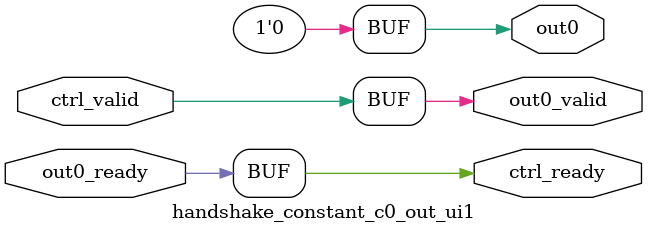
<source format=sv>
module handshake_constant_c0_out_ui1(
  // input  /*Zero Width*/ ctrl,
     input                 ctrl_valid,
                           out0_ready,
     output                ctrl_ready,
                           out0,
                           out0_valid
);

  assign ctrl_ready = out0_ready;
  assign out0 = 1'h0;
  assign out0_valid = ctrl_valid;
endmodule


</source>
